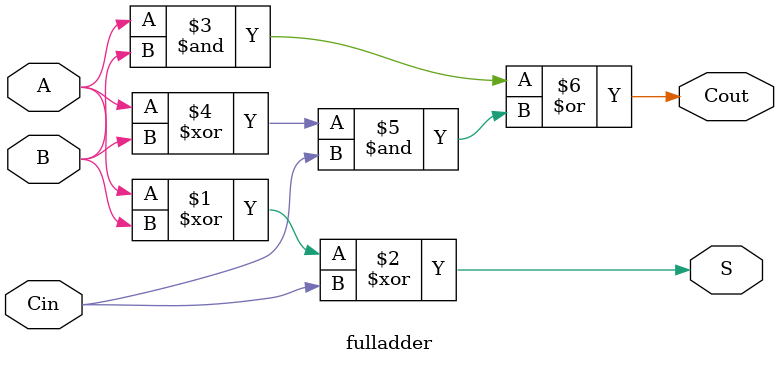
<source format=sv>
`timescale 1ns / 1ps


module fulladder (input logic A, B, Cin, output logic S, Cout);
	assign S = ( A ^ B ^ Cin );
	assign Cout = ( A & B ) | ( (A ^ B) & Cin );
endmodule


</source>
